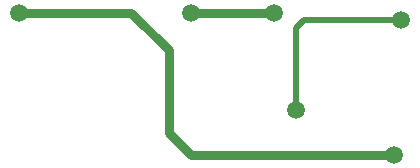
<source format=gbr>
%TF.GenerationSoftware,KiCad,Pcbnew,7.0.9*%
%TF.CreationDate,2023-12-16T14:17:49+09:00*%
%TF.ProjectId,extension,65787465-6e73-4696-9f6e-2e6b69636164,rev?*%
%TF.SameCoordinates,Original*%
%TF.FileFunction,Copper,L2,Bot*%
%TF.FilePolarity,Positive*%
%FSLAX46Y46*%
G04 Gerber Fmt 4.6, Leading zero omitted, Abs format (unit mm)*
G04 Created by KiCad (PCBNEW 7.0.9) date 2023-12-16 14:17:49*
%MOMM*%
%LPD*%
G01*
G04 APERTURE LIST*
%TA.AperFunction,ViaPad*%
%ADD10C,1.500000*%
%TD*%
%TA.AperFunction,Conductor*%
%ADD11C,0.800000*%
%TD*%
%TA.AperFunction,Conductor*%
%ADD12C,0.500000*%
%TD*%
G04 APERTURE END LIST*
D10*
%TO.N,Net-(J1-Pin_1)*%
X92075000Y-53975000D03*
X123825000Y-66040000D03*
%TO.N,Net-(J1-Pin_5)*%
X113665000Y-53975000D03*
X106680000Y-53975000D03*
%TO.N,Net-(J5-Pin_1)*%
X115570000Y-62230000D03*
X124460000Y-54610000D03*
%TD*%
D11*
%TO.N,Net-(J1-Pin_1)*%
X106680000Y-66040000D02*
X123825000Y-66040000D01*
X92075000Y-53975000D02*
X101600000Y-53975000D01*
X104775000Y-57150000D02*
X104775000Y-64135000D01*
X104775000Y-64135000D02*
X106680000Y-66040000D01*
X101600000Y-53975000D02*
X104775000Y-57150000D01*
%TO.N,Net-(J1-Pin_5)*%
X113665000Y-53975000D02*
X106680000Y-53975000D01*
D12*
%TO.N,Net-(J5-Pin_1)*%
X115570000Y-55245000D02*
X115570000Y-62230000D01*
X124460000Y-54610000D02*
X116205000Y-54610000D01*
X116205000Y-54610000D02*
X115570000Y-55245000D01*
%TD*%
M02*

</source>
